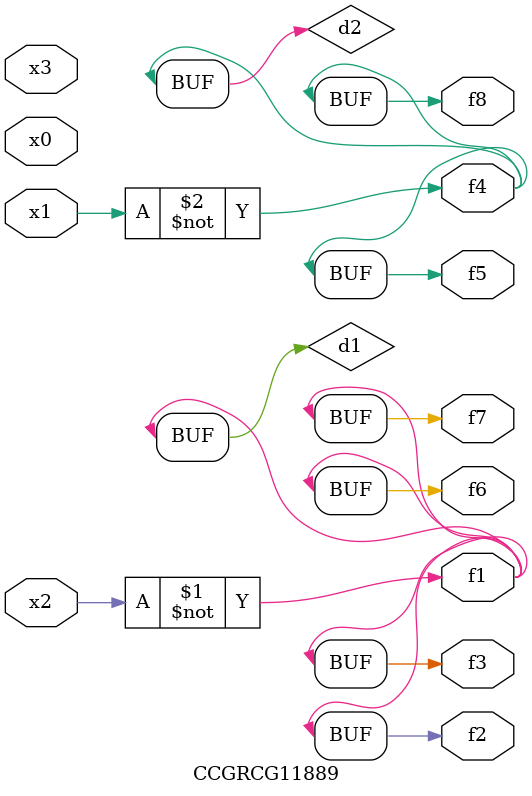
<source format=v>
module CCGRCG11889(
	input x0, x1, x2, x3,
	output f1, f2, f3, f4, f5, f6, f7, f8
);

	wire d1, d2;

	xnor (d1, x2);
	not (d2, x1);
	assign f1 = d1;
	assign f2 = d1;
	assign f3 = d1;
	assign f4 = d2;
	assign f5 = d2;
	assign f6 = d1;
	assign f7 = d1;
	assign f8 = d2;
endmodule

</source>
